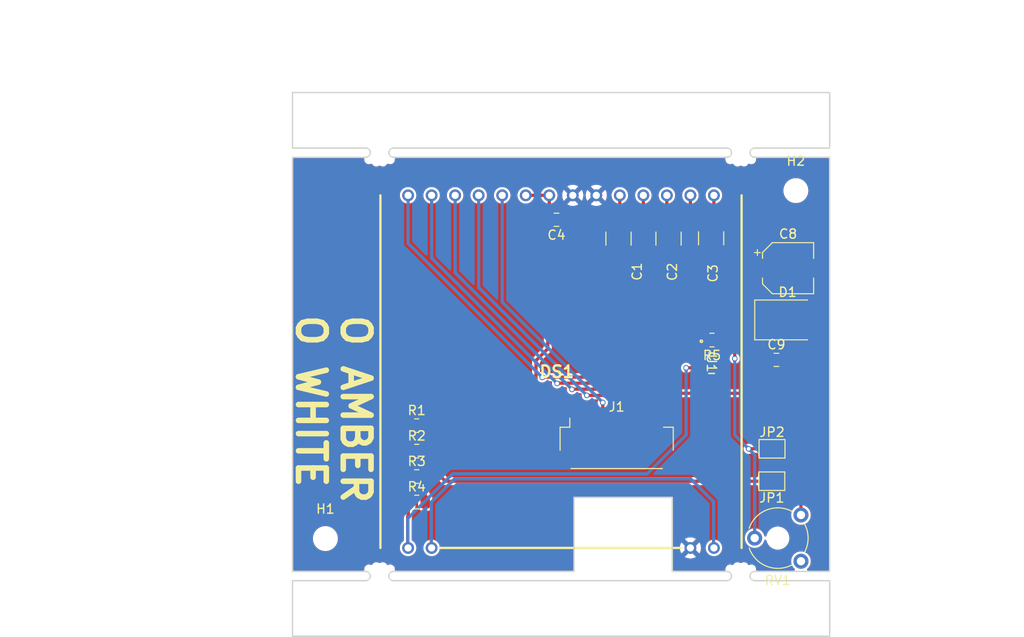
<source format=kicad_pcb>
(kicad_pcb (version 20221018) (generator pcbnew)
  (layers (0 "F.Cu" signal "Top") (31 "B.Cu" signal "Bottom") (34 "B.Paste" user) (35 "F.Paste" user) (36 "B.SilkS" user "B.Silkscreen") (37 "F.SilkS" user "F.Silkscreen") (38 "B.Mask" user) (39 "F.Mask" user) (44 "Edge.Cuts" user))
  (net 0 "")
  (net 1 "GND")
  (net 2 "+3V3")
  (net 3 "Net-(DS1-VB1+)")
  (net 4 "Net-(DS1-VB1-)")
  (net 5 "Net-(DS1-VB0-)")
  (net 6 "Net-(DS1-VB0+)")
  (net 7 "Net-(DS1-VLCD)")
  (net 8 "MOSI")
  (net 9 "SCK")
  (net 10 "LED1")
  (net 11 "Net-(DS1-NC_2)")
  (net 12 "INSTR.BEL")
  (net 13 "Net-(JP1-B)")
  (net 14 "D22")
  (net 15 "D23")
  (net 17 "D24")
  (net 18 "D25")
  (net 20 "POT")
  (net 21 "Net-(U1-REXT)")
  (footprint "Capacitor_SMD:C_1210_3225Metric_Pad1.33x2.70mm_HandSolder" (layer "F.Cu") (at 158.71 91.0375 90)
    (fp_text reference "C2" (at -3.592 0.4 90) (layer "F.SilkS"))
    (fp_text value "1u")
    (fp_line (start -0.711252 -1.36) (end 0.711252 -1.36) (stroke (width 0.12)) (layer "F.SilkS"))
    (fp_line (start -0.711252 1.36) (end 0.711252 1.36) (stroke (width 0.12)) (layer "F.SilkS"))
    (pad "1" smd roundrect (at -1.5625 0 90) (size 1.325 2.7) (layers "F.Cu" "F.Paste" "F.Mask") (roundrect_rratio 0.188679) (net 6 "Net-(DS1-VB0+)"))
    (pad "2" smd roundrect (at 1.5625 0 90) (size 1.325 2.7) (layers "F.Cu" "F.Paste" "F.Mask") (roundrect_rratio 0.188679) (net 5 "Net-(DS1-VB0-)"))
  )
  (footprint "Capacitor_SMD:C_1210_3225Metric_Pad1.33x2.70mm_HandSolder" (layer "F.Cu") (at 163.31 91 90)
    (fp_text reference "C3" (at -3.792 0.188 90) (layer "F.SilkS"))
    (fp_text value "1u")
    (fp_line (start -0.711252 -1.36) (end 0.711252 -1.36) (stroke (width 0.12)) (layer "F.SilkS"))
    (fp_line (start -0.711252 1.36) (end 0.711252 1.36) (stroke (width 0.12)) (layer "F.SilkS"))
    (pad "1" smd roundrect (at -1.5625 0 90) (size 1.325 2.7) (layers "F.Cu" "F.Paste" "F.Mask") (roundrect_rratio 0.188679) (net 1 "GND"))
    (pad "2" smd roundrect (at 1.5625 0 90) (size 1.325 2.7) (layers "F.Cu" "F.Paste" "F.Mask") (roundrect_rratio 0.188679) (net 7 "Net-(DS1-VLCD)"))
  )
  (footprint "Capacitor_SMD:C_1210_3225Metric_Pad1.33x2.70mm_HandSolder" (layer "F.Cu") (at 153.31 91.0375 90)
    (fp_text reference "C1" (at -3.5625 2 90) (layer "F.SilkS"))
    (fp_text value "1u")
    (fp_line (start -0.711252 -1.36) (end 0.711252 -1.36) (stroke (width 0.12)) (layer "F.SilkS"))
    (fp_line (start -0.711252 1.36) (end 0.711252 1.36) (stroke (width 0.12)) (layer "F.SilkS"))
    (pad "1" smd roundrect (at -1.5625 0 90) (size 1.325 2.7) (layers "F.Cu" "F.Paste" "F.Mask") (roundrect_rratio 0.188679) (net 4 "Net-(DS1-VB1-)"))
    (pad "2" smd roundrect (at 1.5625 0 90) (size 1.325 2.7) (layers "F.Cu" "F.Paste" "F.Mask") (roundrect_rratio 0.188679) (net 3 "Net-(DS1-VB1+)"))
  )
  (footprint "Capacitor_SMD:C_0805_2012Metric" (layer "F.Cu") (at 146.61 89 180)
    (fp_text reference "C4" (at 0 -1.65) (layer "F.SilkS"))
    (fp_text value "100n")
    (fp_line (start -0.258578 -0.71) (end 0.258578 -0.71) (stroke (width 0.12)) (layer "F.SilkS"))
    (fp_line (start -0.258578 0.71) (end 0.258578 0.71) (stroke (width 0.12)) (layer "F.SilkS"))
    (pad "1" smd roundrect (at -0.9375 0 180) (size 0.975 1.4) (layers "F.Cu" "F.Paste" "F.Mask") (net 1 "GND"))
    (pad "2" smd roundrect (at 0.9375 0 180) (size 0.975 1.4) (layers "F.Cu" "F.Paste" "F.Mask") (net 2 "+3V3"))
  )
  (footprint "Capacitor_SMD:CP_Elec_5x3" (layer "F.Cu") (at 171.618 94.234)
    (fp_text reference "C8" (at 0 -3.7) (layer "F.SilkS"))
    (fp_text value "22u")
    (fp_line (start -3.625 -1.685) (end -3 -1.685) (stroke (width 0.12)) (layer "F.SilkS"))
    (fp_line (start -3.3125 -1.9975) (end -3.3125 -1.3725) (stroke (width 0.12)) (layer "F.SilkS"))
    (fp_line (start -2.76 -1.695563) (end -2.76 -1.06) (stroke (width 0.12)) (layer "F.SilkS"))
    (fp_line (start -2.76 -1.695563) (end -1.695563 -2.76) (stroke (width 0.12)) (layer "F.SilkS"))
    (fp_line (start -2.76 1.695563) (end -2.76 1.06) (stroke (width 0.12)) (layer "F.SilkS"))
    (fp_line (start -2.76 1.695563) (end -1.695563 2.76) (stroke (width 0.12)) (layer "F.SilkS"))
    (fp_line (start -1.695563 -2.76) (end 2.76 -2.76) (stroke (width 0.12)) (layer "F.SilkS"))
    (fp_line (start -1.695563 2.76) (end 2.76 2.76) (stroke (width 0.12)) (layer "F.SilkS"))
    (fp_line (start 2.76 -2.76) (end 2.76 -1.06) (stroke (width 0.12)) (layer "F.SilkS"))
    (fp_line (start 2.76 2.76) (end 2.76 1.06) (stroke (width 0.12)) (layer "F.SilkS"))
    (pad "1" smd roundrect (at -2.2 0) (size 3 1.6) (layers "F.Cu" "F.Paste" "F.Mask") (roundrect_rratio 0.15625) (net 12 "INSTR.BEL"))
    (pad "2" smd roundrect (at 2.2 0) (size 3 1.6) (layers "F.Cu" "F.Paste" "F.Mask") (roundrect_rratio 0.15625) (net 1 "GND"))
  )
  (footprint "Capacitor_SMD:C_0805_2012Metric" (layer "F.Cu") (at 170.3555 104.14)
    (fp_text reference "C9" (at 0 -1.65) (layer "F.SilkS"))
    (fp_text value "100n")
    (fp_line (start -0.258578 -0.71) (end 0.258578 -0.71) (stroke (width 0.12)) (layer "F.SilkS"))
    (fp_line (start -0.258578 0.71) (end 0.258578 0.71) (stroke (width 0.12)) (layer "F.SilkS"))
    (pad "1" smd roundrect (at -0.9375 0) (size 0.975 1.4) (layers "F.Cu" "F.Paste" "F.Mask") (net 12 "INSTR.BEL"))
    (pad "2" smd roundrect (at 0.9375 0) (size 0.975 1.4) (layers "F.Cu" "F.Paste" "F.Mask") (net 1 "GND"))
  )
  (footprint "Diode_SMD:D_SMB" (layer "F.Cu") (at 171.568 99.822)
    (fp_text reference "D1" (at 0 -3) (layer "F.SilkS"))
    (fp_text value "SMBJ15CA")
    (fp_line (start -3.55 -2.15) (end -3.55 2.15) (stroke (width 0.12)) (layer "F.SilkS"))
    (fp_line (start -3.55 -2.15) (end 2.15 -2.15) (stroke (width 0.12)) (layer "F.SilkS"))
    (fp_line (start -3.55 2.15) (end 2.15 2.15) (stroke (width 0.12)) (layer "F.SilkS"))
    (pad "1" smd rect (at -2.15 0) (size 2.5 2.3) (layers "F.Cu" "F.Paste" "F.Mask") (net 12 "INSTR.BEL"))
    (pad "2" smd rect (at 2.15 0) (size 2.5 2.3) (layers "F.Cu" "F.Paste" "F.Mask") (net 1 "GND"))
  )
  (footprint "fiz-o-matic:EA-DOGS102W-6" (layer "F.Cu") (at 147.1 105.41)
    (fp_text reference "DS1" (at -0.45365 0.01496) (layer "F.SilkS") (effects (font (size 1.27 1.27) (thickness 0.254))))
    (fp_text value "EA_DOGS102W-6" hide)
    (fp_line (start -19.5 -19.05) (end -19.5 19.05) (stroke (width 0.254)) (layer "F.SilkS"))
    (fp_line (start -13 19.05) (end 13 19.05) (stroke (width 0.254)) (layer "F.SilkS"))
    (fp_line (start 19.5 -19.05) (end 19.5 19.05) (stroke (width 0.254)) (layer "F.SilkS"))
    (pad "1" thru_hole circle (at -16.51 19.05) (size 1.28 1.28) (drill 0.78) (layers "*.Cu" "*.Mask") (net 10 "LED1"))
    (pad "2" thru_hole circle (at -13.97 19.05) (size 1.28 1.28) (drill 0.78) (layers "*.Cu" "*.Mask") (net 11 "Net-(DS1-NC_2)"))
    (pad "13" thru_hole circle (at 13.97 19.05) (size 1.28 1.28) (drill 0.78) (layers "*.Cu" "*.Mask") (net 1 "GND"))
    (pad "14" thru_hole circle (at 16.51 19.05) (size 1.28 1.28) (drill 0.78) (layers "*.Cu" "*.Mask") (net 11 "Net-(DS1-NC_2)"))
    (pad "15" thru_hole circle (at 16.51 -19.05) (size 1.28 1.28) (drill 0.78) (layers "*.Cu" "*.Mask") (net 7 "Net-(DS1-VLCD)"))
    (pad "16" thru_hole circle (at 13.97 -19.05) (size 1.28 1.28) (drill 0.78) (layers "*.Cu" "*.Mask") (net 4 "Net-(DS1-VB1-)"))
    (pad "17" thru_hole circle (at 11.43 -19.05) (size 1.28 1.28) (drill 0.78) (layers "*.Cu" "*.Mask") (net 5 "Net-(DS1-VB0-)"))
    (pad "18" thru_hole circle (at 8.89 -19.05) (size 1.28 1.28) (drill 0.78) (layers "*.Cu" "*.Mask") (net 6 "Net-(DS1-VB0+)"))
    (pad "19" thru_hole circle (at 6.35 -19.05) (size 1.28 1.28) (drill 0.78) (layers "*.Cu" "*.Mask") (net 3 "Net-(DS1-VB1+)"))
    (pad "20" thru_hole circle (at 3.81 -19.05) (size 1.28 1.28) (drill 0.78) (layers "*.Cu" "*.Mask") (net 1 "GND"))
    (pad "21" thru_hole circle (at 1.27 -19.05) (size 1.28 1.28) (drill 0.78) (layers "*.Cu" "*.Mask") (net 1 "GND"))
    (pad "22" thru_hole circle (at -1.27 -19.05) (size 1.28 1.28) (drill 0.78) (layers "*.Cu" "*.Mask") (net 2 "+3V3"))
    (pad "23" thru_hole circle (at -3.81 -19.05) (size 1.28 1.28) (drill 0.78) (layers "*.Cu" "*.Mask") (net 2 "+3V3"))
    (pad "24" thru_hole circle (at -6.35 -19.05) (size 1.28 1.28) (drill 0.78) (layers "*.Cu" "*.Mask") (net 8 "MOSI"))
    (pad "25" thru_hole circle (at -8.89 -19.05) (size 1.28 1.28) (drill 0.78) (layers "*.Cu" "*.Mask") (net 9 "SCK"))
    (pad "26" thru_hole circle (at -11.43 -19.05) (size 1.28 1.28) (drill 0.78) (layers "*.Cu" "*.Mask") (net 14 "D22"))
    (pad "27" thru_hole circle (at -13.97 -19.05) (size 1.28 1.28) (drill 0.78) (layers "*.Cu" "*.Mask") (net 15 "D23"))
    (pad "28" thru_hole circle (at -16.51 -19.05) (size 1.28 1.28) (drill 0.78) (layers "*.Cu" "*.Mask") (net 17 "D24"))
  )
  (footprint "Potentiometer_THT:Potentiometer_Piher_PT-6-V_Vertical_Hole" (layer "F.Cu") (at 173.01 120.9 180)
    (fp_text reference "RV1" (at 2.5 -7.06 180) (layer "F.SilkS"))
    (fp_text value "500")
    (fp_arc (start -0.413387 -1.014798) (mid -0.770114 -2.499325) (end -0.414 -3.984) (stroke (width 0.12)) (layer "F.SilkS"))
    (fp_arc (start 1.016032 -5.413829) (mid 3.725524 -5.531609) (end 5.592 -3.564) (stroke (width 0.12)) (layer "F.SilkS"))
    (fp_arc (start 2.556863 0.770075) (mid 1.764071 0.686696) (end 1.015 0.414) (stroke (width 0.12)) (layer "F.SilkS"))
    (fp_arc (start 5.591846 -1.435392) (mid 4.398899 0.162158) (end 2.5 0.77) (stroke (width 0.12)) (layer "F.SilkS"))
    (pad "" np_thru_hole circle (at 2.5 -2.5 180) (size 2 2) (drill 2) (layers "*.Cu" "*.Mask"))
    (pad "1" thru_hole circle (at 0 0 180) (size 1.62 1.62) (drill 0.9) (layers "*.Cu" "*.Mask") (net 12 "INSTR.BEL"))
    (pad "2" thru_hole circle (at 5 -2.5 180) (size 1.62 1.62) (drill 0.9) (layers "*.Cu" "*.Mask") (net 20 "POT"))
    (pad "3" thru_hole circle (at 0 -5 180) (size 1.62 1.62) (drill 0.9) (layers "*.Cu" "*.Mask"))
  )
  (footprint "Jumper:SolderJumper-2_P1.3mm_Open_TrianglePad1.0x1.5mm" (layer "F.Cu") (at 169.86 117.25 180)
    (fp_text reference "JP1" (at 0 -1.8) (layer "F.SilkS"))
    (fp_text value "SolderJumper_2_Open")
    (fp_line (start -1.4 -1) (end 1.4 -1) (stroke (width 0.12)) (layer "F.SilkS"))
    (fp_line (start -1.4 1) (end -1.4 -1) (stroke (width 0.12)) (layer "F.SilkS"))
    (fp_line (start 1.4 -1) (end 1.4 1) (stroke (width 0.12)) (layer "F.SilkS"))
    (fp_line (start 1.4 1) (end -1.4 1) (stroke (width 0.12)) (layer "F.SilkS"))
    (pad "1" smd custom (at -0.725 0 180) (size 0.3 0.3) (layers "F.Cu" "F.Mask") (net 12 "INSTR.BEL") (options (clearance outline) (anchor rect)) (primitives (gr_poly (pts (xy 1 0) (xy 0.5 0.75) (xy -0.5 0.75) (xy -0.5 -0.75) (xy 0.5 -0.75)) (width 0) (fill yes))))
    (pad "2" smd custom (at 0.725 0 180) (size 0.3 0.3) (layers "F.Cu" "F.Mask") (net 13 "Net-(JP1-B)") (options (clearance outline) (anchor rect)) (primitives (gr_poly (pts (xy 0.5 0.75) (xy -0.65 0.75) (xy -0.15 0) (xy -0.65 -0.75) (xy 0.5 -0.75)) (width 0) (fill yes))))
  )
  (footprint "Resistor_SMD:R_0805_2012Metric" (layer "F.Cu") (at 131.5225 116.75)
    (fp_text reference "R3" (at 0 -1.65) (layer "F.SilkS"))
    (fp_text value "1k / 560")
    (fp_line (start -0.227064 -0.735) (end 0.227064 -0.735) (stroke (width 0.12)) (layer "F.SilkS"))
    (fp_line (start -0.227064 0.735) (end 0.227064 0.735) (stroke (width 0.12)) (layer "F.SilkS"))
    (pad "1" smd roundrect (at -0.9125 0) (size 1.025 1.4) (layers "F.Cu" "F.Paste" "F.Mask") (roundrect_rratio 0.243902) (net 10 "LED1"))
    (pad "2" smd roundrect (at 0.9125 0) (size 1.025 1.4) (layers "F.Cu" "F.Paste" "F.Mask") (roundrect_rratio 0.243902) (net 13 "Net-(JP1-B)"))
  )
  (footprint "MountingHole:MountingHole_2.2mm_M2" (layer "F.Cu") (at 172.46 85.85)
    (fp_text reference "H2" (at 0 -3.2) (layer "F.SilkS"))
    (fp_text value "MountingHole")
    (pad "" np_thru_hole circle (at 0 0) (size 2.2 2.2) (drill 2.2) (layers "*.Cu" "*.Mask"))
  )
  (footprint "MountingHole:MountingHole_2.2mm_M2" (layer "F.Cu") (at 121.66 123.45)
    (fp_text reference "H1" (at 0 -3.2) (layer "F.SilkS"))
    (fp_text value "MountingHole")
    (pad "" np_thru_hole circle (at 0 0) (size 2.2 2.2) (drill 2.2) (layers "*.Cu" "*.Mask"))
  )
  (footprint "Resistor_SMD:R_0805_2012Metric" (layer "F.Cu") (at 131.5225 111.25)
    (fp_text reference "R1" (at 0 -1.65) (layer "F.SilkS"))
    (fp_text value "1k / 560")
    (fp_line (start -0.227064 -0.735) (end 0.227064 -0.735) (stroke (width 0.12)) (layer "F.SilkS"))
    (fp_line (start -0.227064 0.735) (end 0.227064 0.735) (stroke (width 0.12)) (layer "F.SilkS"))
    (pad "1" smd roundrect (at -0.9125 0) (size 1.025 1.4) (layers "F.Cu" "F.Paste" "F.Mask") (roundrect_rratio 0.243902) (net 10 "LED1"))
    (pad "2" smd roundrect (at 0.9125 0) (size 1.025 1.4) (layers "F.Cu" "F.Paste" "F.Mask") (roundrect_rratio 0.243902) (net 13 "Net-(JP1-B)"))
  )
  (footprint "fiz-o-matic:mouse-bite-1mm-slot" (layer "F.Cu") (at 166.51 81.75)
    (fp_text reference "H4" hide)
    (fp_text value "MouseBite" hide)
    (fp_arc (start -1.5 -0.5) (mid -1 0) (end -1.5 0.5) (stroke (width 0.1)) (layer "F.SilkS"))
    (fp_arc (start 1.5 0.5) (mid 1 0) (end 1.5 -0.5) (stroke (width 0.1)) (layer "F.SilkS"))
    (pad "" np_thru_hole circle (at -1.15 0.75) (size 0.5 0.5) (drill 0.5) (layers "*.Cu" "*.Mask"))
    (pad "" np_thru_hole circle (at -0.35 1) (size 0.5 0.5) (drill 0.5) (layers "*.Cu" "*.Mask"))
    (pad "" np_thru_hole circle (at 0.35 1) (size 0.5 0.5) (drill 0.5) (layers "*.Cu" "*.Mask"))
    (pad "" np_thru_hole circle (at 1.15 0.75) (size 0.5 0.5) (drill 0.5) (layers "*.Cu" "*.Mask"))
  )
  (footprint "Resistor_SMD:R_0805_2012Metric" (layer "F.Cu") (at 131.5225 119.5)
    (fp_text reference "R4" (at 0 -1.65) (layer "F.SilkS"))
    (fp_text value "1k / 560")
    (fp_line (start -0.227064 -0.735) (end 0.227064 -0.735) (stroke (width 0.12)) (layer "F.SilkS"))
    (fp_line (start -0.227064 0.735) (end 0.227064 0.735) (stroke (width 0.12)) (layer "F.SilkS"))
    (pad "1" smd roundrect (at -0.9125 0) (size 1.025 1.4) (layers "F.Cu" "F.Paste" "F.Mask") (roundrect_rratio 0.243902) (net 10 "LED1"))
    (pad "2" smd roundrect (at 0.9125 0) (size 1.025 1.4) (layers "F.Cu" "F.Paste" "F.Mask") (roundrect_rratio 0.243902) (net 13 "Net-(JP1-B)"))
  )
  (footprint "fiz-o-matic:mouse-bite-1mm-slot" (layer "F.Cu") (at 127.51 81.75)
    (fp_text reference "H3" hide)
    (fp_text value "MouseBite" hide)
    (fp_arc (start -1.5 -0.5) (mid -1 0) (end -1.5 0.5) (stroke (width 0.1)) (layer "F.SilkS"))
    (fp_arc (start 1.5 0.5) (mid 1 0) (end 1.5 -0.5) (stroke (width 0.1)) (layer "F.SilkS"))
    (pad "" np_thru_hole circle (at -1.15 0.75) (size 0.5 0.5) (drill 0.5) (layers "*.Cu" "*.Mask"))
    (pad "" np_thru_hole circle (at -0.35 1) (size 0.5 0.5) (drill 0.5) (layers "*.Cu" "*.Mask"))
    (pad "" np_thru_hole circle (at 0.35 1) (size 0.5 0.5) (drill 0.5) (layers "*.Cu" "*.Mask"))
    (pad "" np_thru_hole circle (at 1.15 0.75) (size 0.5 0.5) (drill 0.5) (layers "*.Cu" "*.Mask"))
  )
  (footprint "fiz-o-matic:mouse-bite-1mm-slot" (layer "F.Cu") (at 166.51 127.5 180)
    (fp_text reference "H6" hide)
    (fp_text value "MouseBite" hide)
    (fp_arc (start -1.5 -0.5) (mid -1 0) (end -1.5 0.5) (stroke (width 0.1)) (layer "F.SilkS"))
    (fp_arc (start 1.5 0.5) (mid 1 0) (end 1.5 -0.5) (stroke (width 0.1)) (layer "F.SilkS"))
    (pad "" np_thru_hole circle (at -1.15 0.75 180) (size 0.5 0.5) (drill 0.5) (layers "*.Cu" "*.Mask"))
    (pad "" np_thru_hole circle (at -0.35 1 180) (size 0.5 0.5) (drill 0.5) (layers "*.Cu" "*.Mask"))
    (pad "" np_thru_hole circle (at 0.35 1 180) (size 0.5 0.5) (drill 0.5) (layers "*.Cu" "*.Mask"))
    (pad "" np_thru_hole circle (at 1.15 0.75 180) (size 0.5 0.5) (drill 0.5) (layers "*.Cu" "*.Mask"))
  )
  (footprint "Jumper:SolderJumper-2_P1.3mm_Open_TrianglePad1.0x1.5mm" (layer "F.Cu") (at 169.885 113.75)
    (fp_text reference "JP2" (at 0 -1.8) (layer "F.SilkS"))
    (fp_text value "SolderJumper_2_Open")
    (fp_line (start -1.4 -1) (end 1.4 -1) (stroke (width 0.12)) (layer "F.SilkS"))
    (fp_line (start -1.4 1) (end -1.4 -1) (stroke (width 0.12)) (layer "F.SilkS"))
    (fp_line (start 1.4 -1) (end 1.4 1) (stroke (width 0.12)) (layer "F.SilkS"))
    (fp_line (start 1.4 1) (end -1.4 1) (stroke (width 0.12)) (layer "F.SilkS"))
    (pad "1" smd custom (at -0.725 0) (size 0.3 0.3) (layers "F.Cu" "F.Mask") (net 20 "POT") (options (clearance outline) (anchor rect)) (primitives (gr_poly (pts (xy 1 0) (xy 0.5 0.75) (xy -0.5 0.75) (xy -0.5 -0.75) (xy 0.5 -0.75)) (width 0) (fill yes))))
    (pad "2" smd custom (at 0.725 0) (size 0.3 0.3) (layers "F.Cu" "F.Mask") (net 13 "Net-(JP1-B)") (options (clearance outline) (anchor rect)) (primitives (gr_poly (pts (xy 0.5 0.75) (xy -0.65 0.75) (xy -0.15 0) (xy -0.65 -0.75) (xy 0.5 -0.75)) (width 0) (fill yes))))
  )
  (footprint "Resistor_SMD:R_0805_2012Metric" (layer "F.Cu") (at 131.5225 114)
    (fp_text reference "R2" (at 0 -1.65) (layer "F.SilkS"))
    (fp_text value "1k / 560")
    (fp_line (start -0.227064 -0.735) (end 0.227064 -0.735) (stroke (width 0.12)) (layer "F.SilkS"))
    (fp_line (start -0.227064 0.735) (end 0.227064 0.735) (stroke (width 0.12)) (layer "F.SilkS"))
    (pad "1" smd roundrect (at -0.9125 0) (size 1.025 1.4) (layers "F.Cu" "F.Paste" "F.Mask") (roundrect_rratio 0.243902) (net 10 "LED1"))
    (pad "2" smd roundrect (at 0.9125 0) (size 1.025 1.4) (layers "F.Cu" "F.Paste" "F.Mask") (roundrect_rratio 0.243902) (net 13 "Net-(JP1-B)"))
  )
  (footprint "Connector_JST:JST_SH_SM10B-SRSS-TB_1x10-1MP_P1.00mm_Horizontal" (layer "F.Cu") (at 153.11 113.2)
    (fp_text reference "J1" (at 0 -3.98) (layer "F.SilkS"))
    (fp_text value "Conn_01x10_MountingPin")
    (fp_line (start -6.11 -1.785) (end -5.06 -1.785) (stroke (width 0.12)) (layer "F.SilkS"))
    (fp_line (start -6.11 0.715) (end -6.11 -1.785) (stroke (width 0.12)) (layer "F.SilkS"))
    (fp_line (start -5.06 -1.785) (end -5.06 -2.775) (stroke (width 0.12)) (layer "F.SilkS"))
    (fp_line (start -4.94 2.685) (end 4.94 2.685) (stroke (width 0.12)) (layer "F.SilkS"))
    (fp_line (start 6.11 -1.785) (end 5.06 -1.785) (stroke (width 0.12)) (layer "F.SilkS"))
    (fp_line (start 6.11 0.715) (end 6.11 -1.785) (stroke (width 0.12)) (layer "F.SilkS"))
    (pad "1" smd roundrect (at -4.5 -2) (size 0.6 1.55) (layers "F.Cu" "F.Paste" "F.Mask") (net 2 "+3V3"))
    (pad "2" smd roundrect (at -3.5 -2) (size 0.6 1.55) (layers "F.Cu" "F.Paste" "F.Mask") (net 1 "GND"))
    (pad "3" smd roundrect (at -2.5 -2) (size 0.6 1.55) (layers "F.Cu" "F.Paste" "F.Mask"))
    (pad "4" smd roundrect (at -1.5 -2) (size 0.6 1.55) (layers "F.Cu" "F.Paste" "F.Mask") (net 8 "MOSI"))
    (pad "5" smd roundrect (at -0.5 -2) (size 0.6 1.55) (layers "F.Cu" "F.Paste" "F.Mask") (net 9 "SCK"))
    (pad "6" smd roundrect (at 0.5 -2) (size 0.6 1.55) (layers "F.Cu" "F.Paste" "F.Mask") (net 14 "D22"))
    (pad "7" smd roundrect (at 1.5 -2) (size 0.6 1.55) (layers "F.Cu" "F.Paste" "F.Mask") (net 15 "D23"))
    (pad "8" smd roundrect (at 2.5 -2) (size 0.6 1.55) (layers "F.Cu" "F.Paste" "F.Mask") (net 17 "D24"))
    (pad "9" smd roundrect (at 3.5 -2) (size 0.6 1.55) (layers "F.Cu" "F.Paste" "F.Mask") (net 18 "D25"))
    (pad "10" smd roundrect (at 4.5 -2) (size 0.6 1.55) (layers "F.Cu" "F.Paste" "F.Mask") (net 12 "INSTR.BEL"))
    (pad "MP" smd roundrect (at -5.8 1.875) (size 1.2 1.8) (layers "F.Cu" "F.Paste" "F.Mask") (roundrect_rratio 0.208333) (net 1 "GND"))
    (pad "MP" smd roundrect (at 5.8 1.875) (size 1.2 1.8) (layers "F.Cu" "F.Paste" "F.Mask") (roundrect_rratio 0.208333) (net 1 "GND"))
  )
  (footprint "fiz-o-matic:mouse-bite-1mm-slot" (layer "F.Cu") (at 127.51 127.5 180)
    (fp_text reference "H5" hide)
    (fp_text value "MouseBite" hide)
    (fp_arc (start -1.5 -0.5) (mid -1 0) (end -1.5 0.5) (stroke (width 0.1)) (layer "F.SilkS"))
    (fp_arc (start 1.5 0.5) (mid 1 0) (end 1.5 -0.5) (stroke (width 0.1)) (layer "F.SilkS"))
    (pad "" np_thru_hole circle (at -1.15 0.75 180) (size 0.5 0.5) (drill 0.5) (layers "*.Cu" "*.Mask"))
    (pad "" np_thru_hole circle (at -0.35 1 180) (size 0.5 0.5) (drill 0.5) (layers "*.Cu" "*.Mask"))
    (pad "" np_thru_hole circle (at 0.35 1 180) (size 0.5 0.5) (drill 0.5) (layers "*.Cu" "*.Mask"))
    (pad "" np_thru_hole circle (at 1.15 0.75 180) (size 0.5 0.5) (drill 0.5) (layers "*.Cu" "*.Mask"))
  )
  (footprint "BCR401:PG-SOT343-4-1_INF" (layer "F.Cu") (at 163.36 104.5 -90)
    (fp_text reference "U1" (at 0 0 -90 unlocked) (layer "F.SilkS"))
    (fp_text value "BCR401WH6327XTSA1")
    (fp_line (start -1.1049 0.308814) (end -1.1049 -0.308815) (stroke (width 0.1524)) (layer "F.SilkS"))
    (fp_line (start 1.1049 -0.308815) (end 1.1049 0.310089) (stroke (width 0.1524)) (layer "F.SilkS"))
    (fp_circle (center -2.3749 1.1049) (end -2.2479 1.1049) (stroke (width 0.1524)) (fill none) (layer "F.SilkS"))
    (pad "1" smd rect (at -0.65 1.0033 270) (size 0.6 0.8) (layers "F.Cu" "F.Paste" "F.Mask") (net 1 "GND"))
    (pad "2" smd rect (at 0.4976 1.0033 270) (size 0.9 0.8) (layers "F.Cu" "F.Paste" "F.Mask") (net 10 "LED1"))
    (pad "3" smd rect (at 0.649999 -1.0033 270) (size 0.6 0.8) (layers "F.Cu" "F.Paste" "F.Mask") (net 12 "INSTR.BEL"))
    (pad "4" smd rect (at -0.649999 -1.0033 270) (size 0.6 0.8) (layers "F.Cu" "F.Paste" "F.Mask") (net 21 "Net-(U1-REXT)"))
  )
  (footprint "Resistor_SMD:R_0805_2012Metric" (layer "F.Cu") (at 163.3975 102 180)
    (fp_text reference "R5" (at 0 -1.65) (layer "F.SilkS"))
    (fp_text value "10")
    (fp_line (start -0.227064 -0.735) (end 0.227064 -0.735) (stroke (width 0.12)) (layer "F.SilkS"))
    (fp_line (start -0.227064 0.735) (end 0.227064 0.735) (stroke (width 0.12)) (layer "F.SilkS"))
    (pad "1" smd roundrect (at -0.9125 0 180) (size 1.025 1.4) (layers "F.Cu" "F.Paste" "F.Mask") (roundrect_rratio 0.243902) (net 21 "Net-(U1-REXT)"))
    (pad "2" smd roundrect (at 0.9125 0 180) (size 1.025 1.4) (layers "F.Cu" "F.Paste" "F.Mask") (roundrect_rratio 0.243902) (net 20 "POT"))
  )
  (gr_arc (start 168.01 82.252493) (mid 167.507507 81.75) (end 168.01 81.247507) (stroke (width 0.15)) (layer "Edge.Cuts"))
  (gr_line (start 159.11 127) (end 159.11 119) (stroke (width 0.15)) (layer "Edge.Cuts"))
  (gr_arc (start 165.01 81.25) (mid 165.51 81.75) (end 165.01 82.25) (stroke (width 0.15)) (layer "Edge.Cuts"))
  (gr_arc (start 129.01 128) (mid 128.51 127.5) (end 129.01 127) (stroke (width 0.15)) (layer "Edge.Cuts"))
  (gr_line (start 159.11 127) (end 165.01 127) (stroke (width 0.15)) (layer "Edge.Cuts"))
  (gr_arc (start 129.01 82.25) (mid 128.51 81.75) (end 129.01 81.25) (stroke (width 0.15)) (layer "Edge.Cuts"))
  (gr_line (start 176.11 82.25) (end 168.01 82.252493) (stroke (width 0.15)) (layer "Edge.Cuts"))
  (gr_line (start 129.01 128) (end 165.01 128) (stroke (width 0.15)) (layer "Edge.Cuts"))
  (gr_line (start 176.11 81.25) (end 176.11 75.25) (stroke (width 0.15)) (layer "Edge.Cuts"))
  (gr_line (start 118.11 127) (end 118.11 82.25) (stroke (width 0.15)) (layer "Edge.Cuts"))
  (gr_line (start 148.51 119) (end 148.51 127) (stroke (width 0.15)) (layer "Edge.Cuts"))
  (gr_line (start 118.11 128) (end 126.01 128) (stroke (width 0.15)) (layer "Edge.Cuts"))
  (gr_line (start 176.11 75.25) (end 118.11 75.25) (stroke (width 0.15)) (layer "Edge.Cuts"))
  (gr_line (start 118.11 127) (end 126.01 127) (stroke (width 0.15)) (layer "Edge.Cuts"))
  (gr_line (start 168.01 128) (end 176.11 128) (stroke (width 0.15)) (layer "Edge.Cuts"))
  (gr_arc (start 165.01 127) (mid 165.51 127.5) (end 165.01 128) (stroke (width 0.15)) (layer "Edge.Cuts"))
  (gr_line (start 129.01 82.25) (end 165.01 82.25) (stroke (width 0.15)) (layer "Edge.Cuts"))
  (gr_line (start 126.01 82.25) (end 118.11 82.25) (stroke (width 0.15)) (layer "Edge.Cuts"))
  (gr_line (start 159.11 119) (end 148.51 119) (stroke (width 0.15)) (layer "Edge.Cuts"))
  (gr_line (start 118.11 81.25) (end 126.01 81.25) (stroke (width 0.15)) (layer "Edge.Cuts"))
  (gr_arc (start 126.01 81.25) (mid 126.51 81.75) (end 126.01 82.25) (stroke (width 0.15)) (layer "Edge.Cuts"))
  (gr_line (start 176.11 134) (end 118.11 134) (stroke (width 0.15)) (layer "Edge.Cuts"))
  (gr_line (start 129.01 81.25) (end 165.01 81.25) (stroke (width 0.15)) (layer "Edge.Cuts"))
  (gr_line (start 176.11 128) (end 176.11 134) (stroke (width 0.15)) (layer "Edge.Cuts"))
  (gr_arc (start 168.01 128) (mid 167.51 127.5) (end 168.01 127) (stroke (width 0.15)) (layer "Edge.Cuts"))
  (gr_arc (start 126.01 127) (mid 126.51 127.5) (end 126.01 128) (stroke (width 0.15)) (layer "Edge.Cuts"))
  (gr_line (start 129.01 127) (end 148.51 127) (stroke (width 0.15)) (layer "Edge.Cuts"))
  (gr_line (start 118.11 75.25) (end 118.11 81.25) (stroke (width 0.15)) (layer "Edge.Cuts"))
  (gr_line (start 176.11 127) (end 176.11 82.25) (stroke (width 0.15)) (layer "Edge.Cuts"))
  (gr_line (start 168.01 127) (end 176.11 127) (stroke (width 0.15)) (layer "Edge.Cuts"))
  (gr_line (start 168.01 81.247507) (end 176.11 81.25) (stroke (width 0.15)) (layer "Edge.Cuts"))
  (gr_line (start 118.11 134) (end 118.11 128) (stroke (width 0.15)) (layer "Edge.Cuts"))
  (gr_text "DOGS102_v0.12" (at 120.86 83 270) (layer "F.Cu") (effects (font (size 1.2065 1.2065) (thickness 0.1016)) (justify left top)))
  (gr_text "O AMBER\nO WHITE" (at 118.36 99 270) (layer "F.SilkS") (effects (font (size 3 3) (thickness 0.6) bold) (justify left bottom)))
  (segment (start 145.6725 87.7375) (end 145.83 87.58) (width 0.35) (layer "F.Cu") (net 2))
  (segment (start 144.400808 104.209192) (end 144.400808 107.540808) (width 0.35) (layer "F.Cu") (net 2))
  (segment (start 145.83 86.36) (end 143.29 86.36) (width 0.35) (layer "F.Cu") (net 2))
  (segment (start 145.6725 89) (end 145.6725 87.7375) (width 0.35) (layer "F.Cu") (net 2))
  (segment (start 145.83 87.58) (end 145.83 86.36) (width 0.35) (layer "F.Cu") (net 2))
  (segment (start 145.6725 89) (end 145.6725 102.9375) (width 0.35) (layer "F.Cu") (net 2))
  (segment (start 144.400808 107.540808) (end 145.61 108.75) (width 0.35) (layer "F.Cu") (net 2))
  (segment (start 148.61 111.2) (end 148.61 110.25) (width 0.35) (layer "F.Cu") (net 2))
  (segment (start 147.11 108.75) (end 148.61 110.25) (width 0.35) (layer "F.Cu") (net 2))
  (segment (start 145.61 108.75) (end 147.11 108.75) (width 0.35) (layer "F.Cu") (net 2))
  (segment (start 145.6725 102.9375) (end 144.400808 104.209192) (width 0.35) (layer "F.Cu") (net 2))
  (segment (start 153.45 86.36) (end 153.45 88.01) (width 0.35) (layer "F.Cu") (net 3))
  (segment (start 153.31 88.15) (end 153.31 89.475) (width 0.35) (layer "F.Cu") (net 3))
  (segment (start 153.45 88.01) (end 153.31 88.15) (width 0.35) (layer "F.Cu") (net 3))
  (segment (start 153.31 93.6) (end 153.31 92.6) (width 0.35) (layer "F.Cu") (net 4))
  (segment (start 161.07 93.64) (end 160.51 94.2) (width 0.35) (layer "F.Cu") (net 4))
  (segment (start 161.07 86.36) (end 161.07 93.64) (width 0.35) (layer "F.Cu") (net 4))
  (segment (start 153.91 94.2) (end 153.31 93.6) (width 0.35) (layer "F.Cu") (net 4))
  (segment (start 160.51 94.2) (end 153.91 94.2) (width 0.35) (layer "F.Cu") (net 4))
  (segment (start 158.71 87.85) (end 158.71 89.475) (width 0.35) (layer "F.Cu") (net 5))
  (segment (start 158.53 86.36) (end 158.53 87.67) (width 0.35) (layer "F.Cu") (net 5))
  (segment (start 158.53 87.67) (end 158.71 87.85) (width 0.35) (layer "F.Cu") (net 5))
  (segment (start 155.99 86.36) (end 155.99 91.88) (width 0.35) (layer "F.Cu") (net 6))
  (segment (start 156.71 92.6) (end 158.71 92.6) (width 0.35) (layer "F.Cu") (net 6))
  (segment (start 155.99 91.88) (end 156.71 92.6) (width 0.35) (layer "F.Cu") (net 6))
  (segment (start 163.61 87.75) (end 163.61 86.36) (width 0.35) (layer "F.Cu") (net 7))
  (segment (start 163.31 89.4375) (end 163.31 88.05) (width 0.35) (layer "F.Cu") (net 7))
  (segment (start 163.31 88.05) (end 163.61 87.75) (width 0.35) (layer "F.Cu") (net 7))
  (segment (start 151.61 108.75) (end 151.61 111.2) (width 0.35) (layer "F.Cu") (net 8))
  (via (at 151.61 108.75) (size 0.6) (drill 0.4) (layers "F.Cu" "B.Cu") (net 8))
  (segment (start 140.75 86.36) (end 140.75 97.89) (width 0.35) (layer "B.Cu") (net 8))
  (segment (start 140.75 97.89) (end 151.61 108.75) (width 0.35) (layer "B.Cu") (net 8))
  (segment (start 149.882702 107.977298) (end 151.791893 107.977298) (width 0.35) (layer "F.Cu") (net 9))
  (segment (start 152.61 108.795405) (end 152.61 111.2) (width 0.35) (layer "F.Cu") (net 9))
  (segment (start 151.791893 107.977298) (end 152.61 108.795405) (width 0.35) (layer "F.Cu") (net 9))
  (via (at 149.882702 107.977298) (size 0.6) (drill 0.4) (layers "F.Cu" "B.Cu") (net 9))
  (segment (start 138.21 96.304596) (end 149.882702 107.977298) (width 0.35) (layer "B.Cu") (net 9))
  (segment (start 138.21 86.36) (end 138.21 96.304596) (width 0.35) (layer "B.Cu") (net 9))
  (segment (start 130.556 124.46) (end 130.556 121.054) (width 0.35) (layer "F.Cu") (net 10))
  (segment (start 130.61 116.75) (end 130.61 119.5) (width 0.35) (layer "F.Cu") (net 10))
  (segment (start 130.61 111.25) (end 130.61 114) (width 0.35) (layer "F.Cu") (net 10))
  (segment (start 130.61 121) (end 130.61 119.5) (width 0.35) (layer "F.Cu") (net 10))
  (segment (start 162.3567 104.9976) (end 160.6124 104.9976) (width 0.35) (layer "F.Cu") (net 10))
  (segment (start 160.6124 104.9976) (end 160.61 105) (width 0.35) (layer "F.Cu") (net 10))
  (segment (start 130.556 121.054) (end 130.61 121) (width 0.35) (layer "F.Cu") (net 10))
  (segment (start 130.61 114) (end 130.61 116.75) (width 0.35) (layer "F.Cu") (net 10))
  (via (at 160.61 105) (size 0.6) (drill 0.4) (layers "F.Cu" "B.Cu") (net 10))
  (segment (start 135.382182 116.45) (end 130.556 121.276182) (width 0.35) (layer "B.Cu") (net 10))
  (segment (start 130.556 121.276182) (end 130.556 124.46) (width 0.35) (layer "B.Cu") (net 10))
  (segment (start 160.61 105) (end 160.61 112.25) (width 0.35) (layer "B.Cu") (net 10))
  (segment (start 160.61 112.25) (end 156.41 116.45) (width 0.35) (layer "B.Cu") (net 10))
  (segment (start 156.41 116.45) (end 135.382182 116.45) (width 0.35) (layer "B.Cu") (net 10))
  (segment (start 163.576 119.466) (end 161.11 117) (width 0.35) (layer "B.Cu") (net 11))
  (segment (start 133.096 119.514) (end 133.096 124.46) (width 0.35) (layer "B.Cu") (net 11))
  (segment (start 163.576 124.46) (end 163.576 119.466) (width 0.35) (layer "B.Cu") (net 11))
  (segment (start 135.61 117) (end 133.096 119.514) (width 0.35) (layer "B.Cu") (net 11))
  (segment (start 161.11 117) (end 135.61 117) (width 0.35) (layer "B.Cu") (net 11))
  (segment (start 169.418 107.692) (end 169.418 104.14) (width 0.35) (layer "F.Cu") (net 12))
  (segment (start 169.36 107.75) (end 173.01 111.4) (width 0.35) (layer "F.Cu") (net 12))
  (segment (start 164.3633 105.149999) (end 164.3633 107.7467) (width 0.35) (layer "F.Cu") (net 12))
  (segment (start 170.585 117.25) (end 173.01 117.25) (width 0.35) (layer "F.Cu") (net 12))
  (segment (start 173.01 117.25) (end 173.01 120.9) (width 0.35) (layer "F.Cu") (net 12))
  (segment (start 157.61 111.2) (end 157.61 109) (width 0.35) (layer "F.Cu") (net 12))
  (segment (start 173.01 111.4) (end 173.01 117.25) (width 0.35) (layer "F.Cu") (net 12))
  (segment (start 157.61 109) (end 158.86 107.75) (width 0.35) (layer "F.Cu") (net 12))
  (segment (start 169.418 99.822) (end 169.418 104.14) (width 0.35) (layer "F.Cu") (net 12))
  (segment (start 169.36 107.75) (end 169.418 107.692) (width 0.35) (layer "F.Cu") (net 12))
  (segment (start 158.86 107.75) (end 164.36 107.75) (width 0.35) (layer "F.Cu") (net 12))
  (segment (start 169.418 94.234) (end 169.418 99.822) (width 0.35) (layer "F.Cu") (net 12))
  (segment (start 164.3633 107.7467) (end 164.36 107.75) (width 0.35) (layer "F.Cu") (net 12))
  (segment (start 164.36 107.75) (end 169.36 107.75) (width 0.35) (layer "F.Cu") (net 12))
  (segment (start 134.11 116.75) (end 132.435 116.75) (width 0.35) (layer "F.Cu") (net 13))
  (segment (start 170.61 115) (end 170.11 115.5) (width 0.35) (layer "F.Cu") (net 13))
  (segment (start 169.135 115.975) (end 169.61 115.5) (width 0.35) (layer "F.Cu") (net 13))
  (segment (start 132.435 116.75) (end 132.435 114) (width 0.35) (layer "F.Cu") (net 13))
  (segment (start 170.11 115.5) (end 169.61 115.5) (width 0.35) (layer "F.Cu") (net 13))
  (segment (start 134.61 117.25) (end 134.11 116.75) (width 0.35) (layer "F.Cu") (net 13))
  (segment (start 132.435 119.5) (end 132.435 116.75) (width 0.35) (layer "F.Cu") (net 13))
  (segment (start 169.135 117.25) (end 134.61 117.25) (width 0.35) (layer "F.Cu") (net 13))
  (segment (start 169.135 117.25) (end 169.135 115.975) (width 0.35) (layer "F.Cu") (net 13))
  (segment (start 170.61 113.75) (end 170.61 115) (width 0.35) (layer "F.Cu") (net 13))
  (segment (start 132.435 111.25) (end 132.435 114) (width 0.35) (layer "F.Cu") (net 13))
  (segment (start 153.61 109.017587) (end 153.61 111.2) (width 0.35) (layer "F.Cu") (net 14))
  (segment (start 151.894711 107.302298) (end 153.61 109.017587) (width 0.35) (layer "F.Cu") (net 14))
  (segment (start 148.307702 107.302298) (end 151.894711 107.302298) (width 0.35) (layer "F.Cu") (net 14))
  (segment (start 148.280404 107.329596) (end 148.307702 107.302298) (width 0.35) (layer "F.Cu") (net 14))
  (via (at 148.280404 107.329596) (size 0.6) (drill 0.4) (layers "F.Cu" "B.Cu") (net 14))
  (segment (start 135.67 86.36) (end 135.67 94.719192) (width 0.35) (layer "B.Cu") (net 14))
  (segment (start 135.67 94.719192) (end 148.280404 107.329596) (width 0.35) (layer "B.Cu") (net 14))
  (segment (start 146.678106 106.681894) (end 146.955404 106.654596) (width 0.35) (layer "F.Cu") (net 15))
  (segment (start 152.024827 106.654596) (end 154.61 109.239769) (width 0.35) (layer "F.Cu") (net 15))
  (segment (start 154.61 109.239769) (end 154.61 111.2) (width 0.35) (layer "F.Cu") (net 15))
  (segment (start 146.955404 106.654596) (end 152.024827 106.654596) (width 0.35) (layer "F.Cu") (net 15))
  (via (at 146.678106 106.681894) (size 0.6) (drill 0.4) (layers "F.Cu" "B.Cu") (net 15))
  (segment (start 133.13 93.133788) (end 146.678106 106.681894) (width 0.35) (layer "B.Cu") (net 15))
  (segment (start 133.13 86.36) (end 133.13 93.133788) (width 0.35) (layer "B.Cu") (net 15))
  (segment (start 145.353106 106.006894) (end 152.154943 106.006894) (width 0.35) (layer "F.Cu") (net 17))
  (segment (start 155.61 109.461951) (end 155.61 111.2) (width 0.35) (layer "F.Cu") (net 17))
  (segment (start 145.075808 106.034192) (end 145.353106 106.006894) (width 0.35) (layer "F.Cu") (net 17))
  (segment (start 152.154943 106.006894) (end 155.61 109.461951) (width 0.35) (layer "F.Cu") (net 17))
  (via (at 145.075808 106.034192) (size 0.6) (drill 0.4) (layers "F.Cu" "B.Cu") (net 17))
  (segment (start 130.59 91.548384) (end 145.075808 106.034192) (width 0.35) (layer "B.Cu") (net 17))
  (segment (start 130.59 86.36) (end 130.59 91.548384) (width 0.35) (layer "B.Cu") (net 17))
  (segment (start 165.86 100.95) (end 165.86 104) (width 0.35) (layer "F.Cu") (net 20))
  (segment (start 162.91 100.4) (end 165.31 100.4) (width 0.35) (layer "F.Cu") (net 20))
  (segment (start 167.36 113.75) (end 169.16 113.75) (width 0.35) (layer "F.Cu") (net 20))
  (segment (start 165.31 100.4) (end 165.86 100.95) (width 0.35) (layer "F.Cu") (net 20))
  (segment (start 162.485 100.825) (end 162.91 100.4) (width 0.35) (layer "F.Cu") (net 20))
  (segment (start 162.485 102) (end 162.485 100.825) (width 0.35) (layer "F.Cu") (net 20))
  (via (at 167.36 113.75) (size 0.6) (drill 0.4) (layers "F.Cu" "B.Cu") (net 20))
  (via (at 165.86 104) (size 0.6) (drill 0.4) (layers "F.Cu" "B.Cu") (net 20))
  (segment (start 165.86 104) (end 165.86 112.25) (width 0.35) (layer "B.Cu") (net 20))
  (segment (start 165.86 112.25) (end 167.36 113.75) (width 0.35) (layer "B.Cu") (net 20))
  (segment (start 168.01 114.4) (end 167.36 113.75) (width 0.35) (layer "B.Cu") (net 20))
  (segment (start 168.01 123.4) (end 168.01 114.4) (width 0.35) (layer "B.Cu") (net 20))
  (segment (start 164.3633 102.0533) (end 164.31 102) (width 0.35) (layer "F.Cu") (net 21))
  (segment (start 164.3633 103.850001) (end 164.3633 102.0533) (width 0.35) (layer "F.Cu") (net 21))
  (zone (net 1) (net_name "GND") (layer "F.Cu") (connect_pads thru_hole_only (clearance 0.254)) (min_thickness 0.254) (fill yes (thermal_gap 0.508) (thermal_bridge_width 0.508))
    (polygon (pts (xy 176.022 127) (xy 118.11 127) (xy 118.11 82.296) (xy 176.022 82.296)))
  )
  (zone (net 1) (net_name "GND") (layer "B.Cu") (priority 1) (connect_pads (clearance 0.254)) (min_thickness 0.25) (fill yes (thermal_gap 0.5) (thermal_bridge_width 0.5))
    (polygon (pts (xy 118.11 127) (xy 176.11 127) (xy 176.11 82.2) (xy 118.11 82.2)))
  )
)
</source>
